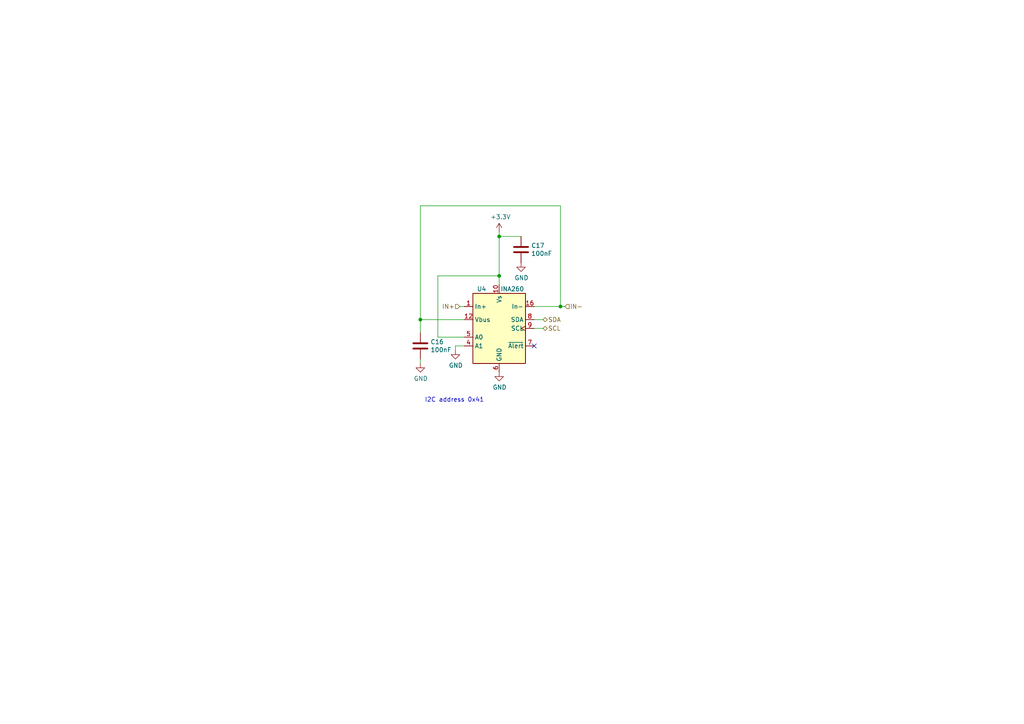
<source format=kicad_sch>
(kicad_sch (version 20211123) (generator eeschema)
  (paper "A4")
  (lib_symbols
    (symbol "Device:C" (pin_numbers hide) (pin_names (offset 0.254))
      (property "Reference" "C" (at 0.635 2.54 0))
      (property "Value" "C" (at 0.635 -2.54 0))
      (symbol "C_0_1"
        (polyline (pts (xy -2.032 -0.762) (xy 2.032 -0.762)) (stroke (width 0.508)))
        (polyline (pts (xy -2.032 0.762) (xy 2.032 0.762)) (stroke (width 0.508)))
      )
      (symbol "C_1_1"
        (pin passive line (at 0 3.81 270) (length 2.794) (name "~") (number "1"))
        (pin passive line (at 0 -3.81 90) (length 2.794) (name "~") (number "2"))
      )
    )
    (symbol "SaintGimp:INA260"
      (property "Reference" "U" (at -5.08 11.43 0))
      (property "Value" "INA260" (at 5.08 -11.43 0))
      (symbol "INA260_0_1"
        (rectangle (start 7.62 10.16) (end -7.62 -10.16) (stroke (width 0.254)) (fill (type background)))
      )
      (symbol "INA260_1_1"
        (pin input line (at -10.16 6.35 0) (length 2.54) (name "In+") (number "1"))
        (pin power_in line (at 0 12.7 270) (length 2.54) (name "Vs") (number "10"))
        (pin power_in line (at 0 -12.7 90) (length 2.54) hide (name "GND") (number "11"))
        (pin input line (at -10.16 2.54 0) (length 2.54) (name "Vbus") (number "12"))
        (pin no_connect line (at 10.16 -8.89 180) (length 2.54) hide (name "NC") (number "13"))
        (pin input line (at 10.16 6.35 180) (length 2.54) hide (name "In-") (number "14"))
        (pin input line (at 10.16 6.35 180) (length 2.54) hide (name "In-") (number "15"))
        (pin input line (at 10.16 6.35 180) (length 2.54) (name "In-") (number "16"))
        (pin input line (at -10.16 6.35 0) (length 2.54) hide (name "In+") (number "2"))
        (pin input line (at -10.16 6.35 0) (length 2.54) hide (name "In+") (number "3"))
        (pin passive line (at -10.16 -5.08 0) (length 2.54) (name "A1") (number "4"))
        (pin passive line (at -10.16 -2.54 0) (length 2.54) (name "A0") (number "5"))
        (pin power_in line (at 0 -12.7 90) (length 2.54) (name "GND") (number "6"))
        (pin open_collector line (at 10.16 -5.08 180) (length 2.54) (name "~{Alert}") (number "7"))
        (pin bidirectional line (at 10.16 2.54 180) (length 2.54) (name "SDA") (number "8"))
        (pin input clock (at 10.16 0 180) (length 2.54) (name "SCL") (number "9"))
      )
    )
    (symbol "power:+3.3V" (power) (pin_names (offset 0))
      (property "Value" "+3.3V" (at 0 3.556 0))
      (symbol "+3.3V_0_1"
        (polyline (pts (xy -0.762 1.27) (xy 0 2.54)))
        (polyline (pts (xy 0 0) (xy 0 2.54)))
        (polyline (pts (xy 0 2.54) (xy 0.762 1.27)))
      )
      (symbol "+3.3V_1_1"
        (pin power_in line (at 0 0 90) (length 0) hide (name "+3.3V") (number "1"))
      )
    )
    (symbol "power:GND" (power) (pin_names (offset 0))
      (property "Value" "GND" (at 0 -3.81 0))
      (symbol "GND_0_1"
        (polyline (pts (xy 0 0) (xy 0 -1.27) (xy 1.27 -1.27) (xy 0 -2.54) (xy -1.27 -1.27) (xy 0 -1.27)))
      )
      (symbol "GND_1_1"
        (pin power_in line (at 0 0 270) (length 0) hide (name "GND") (number "1"))
      )
    )
  )
  (junction (at 162.56 88.9))
  (junction (at 121.92 92.71))
  (junction (at 144.78 80.01))
  (junction (at 144.78 68.58))
  (no_connect (at 154.94 100.33))
  (wire (pts (xy 127 80.01) (xy 144.78 80.01)))
  (wire (pts (xy 134.62 100.33) (xy 132.08 100.33)))
  (wire (pts (xy 121.92 92.71) (xy 121.92 96.52)))
  (wire (pts (xy 162.56 59.69) (xy 162.56 88.9)))
  (wire (pts (xy 144.78 68.58) (xy 144.78 80.01)))
  (wire (pts (xy 144.78 67.31) (xy 144.78 68.58)))
  (wire (pts (xy 127 97.79) (xy 127 80.01)))
  (wire (pts (xy 121.92 92.71) (xy 121.92 59.69)))
  (wire (pts (xy 151.13 68.58) (xy 144.78 68.58)))
  (wire (pts (xy 154.94 92.71) (xy 157.48 92.71)))
  (wire (pts (xy 134.62 97.79) (xy 127 97.79)))
  (wire (pts (xy 162.56 88.9) (xy 154.94 88.9)))
  (wire (pts (xy 163.83 88.9) (xy 162.56 88.9)))
  (wire (pts (xy 144.78 80.01) (xy 144.78 82.55)))
  (wire (pts (xy 132.08 100.33) (xy 132.08 101.6)))
  (wire (pts (xy 121.92 92.71) (xy 134.62 92.71)))
  (wire (pts (xy 121.92 59.69) (xy 162.56 59.69)))
  (wire (pts (xy 121.92 104.14) (xy 121.92 105.41)))
  (wire (pts (xy 154.94 95.25) (xy 157.48 95.25)))
  (wire (pts (xy 133.35 88.9) (xy 134.62 88.9)))
  (text "I2C address 0x41" (at 123.19 116.84 0) (effects (font (size 1.27 1.27)) (justify left bottom)))
  (hierarchical_label "IN-" (shape input) (at 163.83 88.9 0))
  (hierarchical_label "SCL" (shape bidirectional) (at 157.48 95.25 0))
  (hierarchical_label "IN+" (shape input) (at 133.35 88.9 180))
  (hierarchical_label "SDA" (shape bidirectional) (at 157.48 92.71 0))
  (symbol (lib_id "SaintGimp:INA260") (at 144.78 95.25 0) (unit 1)
    (property "Reference" "U4" (at 139.7 83.82 0))
    (property "Value" "INA260" (at 148.59 83.82 0))
    (property "Footprint" "Package_SO:TSSOP-16_4.4x5mm_P0.65mm" (effects hide))
    (property "Datasheet" "http://www.ti.com/lit/ds/symlink/ina260.pdf" (effects hide))
  )
  (symbol (lib_id "Device:C") (at 121.92 100.33 0) (unit 1)
    (property "Reference" "C16" (at 124.841 99.1616 0) (effects (justify left)))
    (property "Value" "100nF" (at 124.841 101.473 0) (effects (justify left)))
    (property "Footprint" "Capacitor_SMD:C_0805_2012Metric_Pad1.18x1.45mm_HandSolder" (effects hide))
  )
  (symbol (lib_id "power:GND") (at 121.92 105.41 0) (unit 1)
    (property "Reference" "#PWR014" (effects hide))
    (property "Value" "GND" (at 122.047 109.8042 0))
  )
  (symbol (lib_id "power:+3.3V") (at 144.78 67.31 0) (unit 1)
    (property "Reference" "#PWR016" (effects hide))
    (property "Value" "+3.3V" (at 145.161 62.9158 0))
  )
  (symbol (lib_id "power:GND") (at 144.78 107.95 0) (unit 1)
    (property "Reference" "#PWR017" (effects hide))
    (property "Value" "GND" (at 144.907 112.3442 0))
  )
  (symbol (lib_id "Device:C") (at 151.13 72.39 0) (unit 1)
    (property "Reference" "C17" (at 154.051 71.2216 0) (effects (justify left)))
    (property "Value" "100nF" (at 154.051 73.533 0) (effects (justify left)))
    (property "Footprint" "Capacitor_SMD:C_0805_2012Metric_Pad1.18x1.45mm_HandSolder" (effects hide))
  )
  (symbol (lib_id "power:GND") (at 151.13 76.2 0) (unit 1)
    (property "Reference" "#PWR018" (effects hide))
    (property "Value" "GND" (at 151.257 80.5942 0))
  )
  (symbol (lib_id "power:GND") (at 132.08 101.6 0) (unit 1)
    (property "Reference" "#PWR015" (effects hide))
    (property "Value" "GND" (at 132.207 105.9942 0))
  )
)
</source>
